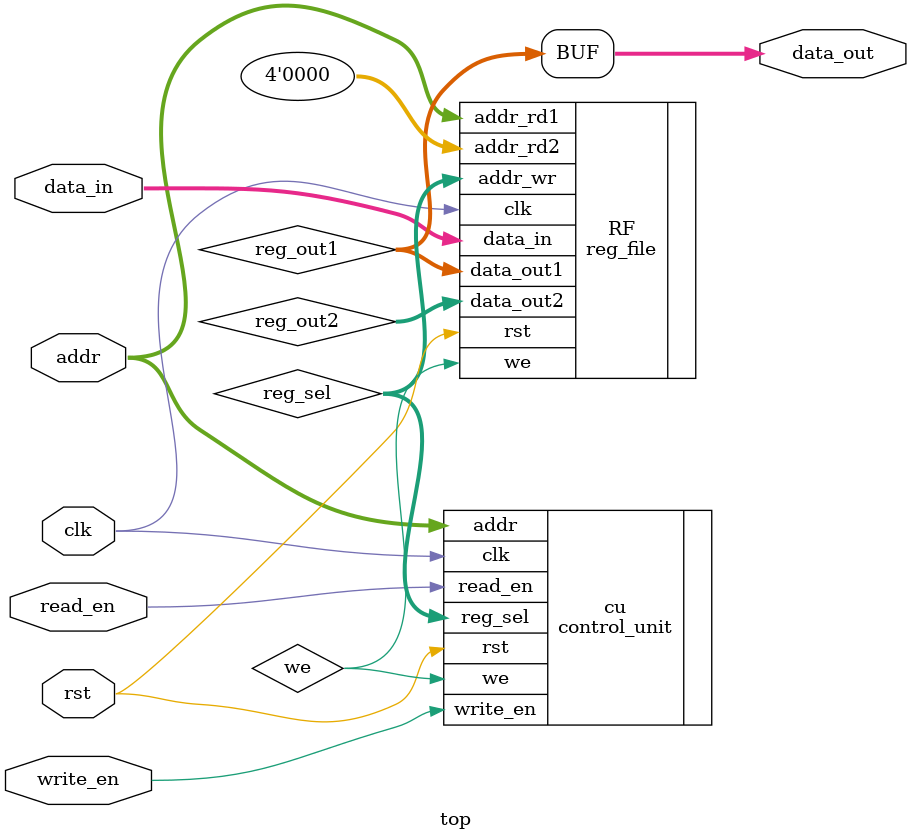
<source format=v>

module top (clk, rst, write_en, read_en, addr, data_in, data_out);

    input clk, rst, write_en, read_en;
    input [3:0] addr;
    input [15:0] data_in;
    output [15:0] data_out;

    wire we;                    // Se declara como 'wire', ya que es una salida de control_unit
    wire [3:0] reg_sel;         // Se declara como 'wire', ya que es una salida de control_unit
    wire [15:0] reg_out1, reg_out2;

    // Instancia de la unidad de control
    control_unit cu (
        .clk(clk),
        .rst(rst),
        .read_en(read_en),
        .write_en(write_en),
        .addr(addr),
        .we(we),                 // Salida we conectada al módulo de control_unit
        .reg_sel(reg_sel)        // Salida reg_sel conectada al módulo de control_unit
    );

    // Instancia del banco de registros
    reg_file RF (
        .clk(clk), 
        .rst(rst), 
        .we(we), 
        .addr_wr(reg_sel), 
        .data_in(data_in), 
        .addr_rd1(addr), 
        .addr_rd2(4'b0000), 
        .data_out1(reg_out1), 
        .data_out2(reg_out2)
    );

    // Asignación de salida
    assign data_out = reg_out1;   // La salida es reg_out1

endmodule

</source>
